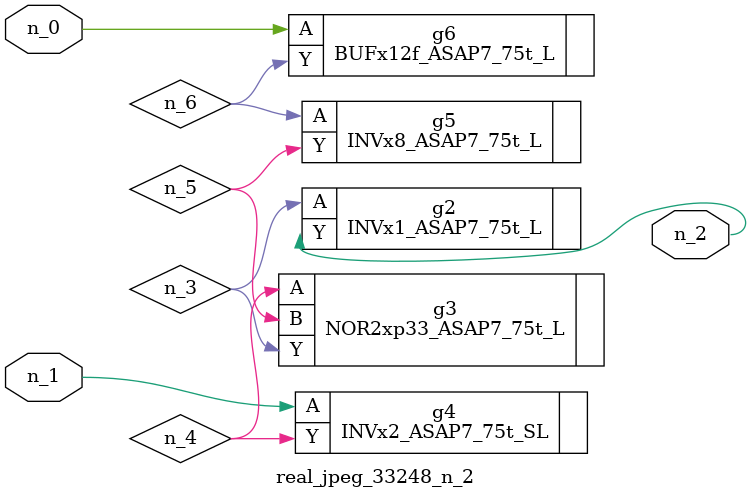
<source format=v>
module real_jpeg_33248_n_2 (n_1, n_0, n_2);

input n_1;
input n_0;

output n_2;

wire n_5;
wire n_4;
wire n_6;
wire n_3;

BUFx12f_ASAP7_75t_L g6 ( 
.A(n_0),
.Y(n_6)
);

INVx2_ASAP7_75t_SL g4 ( 
.A(n_1),
.Y(n_4)
);

INVx1_ASAP7_75t_L g2 ( 
.A(n_3),
.Y(n_2)
);

NOR2xp33_ASAP7_75t_L g3 ( 
.A(n_4),
.B(n_5),
.Y(n_3)
);

INVx8_ASAP7_75t_L g5 ( 
.A(n_6),
.Y(n_5)
);


endmodule
</source>
